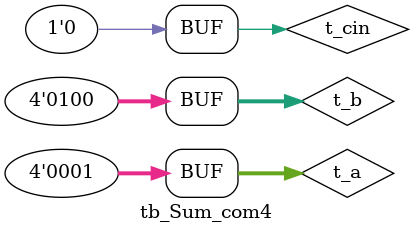
<source format=v>
`timescale 1ns / 1ns

module tb_Sum_com4;

	reg [3:0] t_a;
	reg [3:0] t_b;
        reg t_cin;

	wire [4:0] t_sum;
	wire t_cout;

	
	Sum_com4 uut (
		.a(t_a), 
		.b(t_b),  
                .cin(t_cin),
		.sum(t_sum[3:0]), 
		.cout(t_sum[4])
	);

	initial 
begin
		
	t_a = 4'd10;
	t_b = 4'd1;
	t_cin = 1'd0;	
	#100;
        
		
	t_a = 4'd6;
	t_b = 4'd2;
	#100;
		
				
	t_a = 4'd7;
	t_b = 4'd7;
	#100;
		
				
	t_a = 4'd5;
	t_b = 4'd3;
	#100;
		
				
	t_a = 4'd1;
	t_b = 4'd4;
	#100;

end
      
endmodule

</source>
